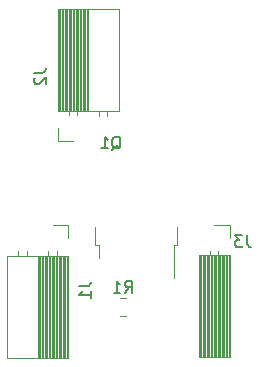
<source format=gbr>
%TF.GenerationSoftware,KiCad,Pcbnew,(6.0.9)*%
%TF.CreationDate,2022-12-23T10:42:16+01:00*%
%TF.ProjectId,buck,6275636b-2e6b-4696-9361-645f70636258,rev?*%
%TF.SameCoordinates,Original*%
%TF.FileFunction,Legend,Bot*%
%TF.FilePolarity,Positive*%
%FSLAX46Y46*%
G04 Gerber Fmt 4.6, Leading zero omitted, Abs format (unit mm)*
G04 Created by KiCad (PCBNEW (6.0.9)) date 2022-12-23 10:42:16*
%MOMM*%
%LPD*%
G01*
G04 APERTURE LIST*
%ADD10C,0.150000*%
%ADD11C,0.120000*%
G04 APERTURE END LIST*
D10*
%TO.C,Q1*%
X135478238Y-93741619D02*
X135573476Y-93694000D01*
X135668714Y-93598761D01*
X135811571Y-93455904D01*
X135906809Y-93408285D01*
X136002047Y-93408285D01*
X135954428Y-93646380D02*
X136049666Y-93598761D01*
X136144904Y-93503523D01*
X136192523Y-93313047D01*
X136192523Y-92979714D01*
X136144904Y-92789238D01*
X136049666Y-92694000D01*
X135954428Y-92646380D01*
X135763952Y-92646380D01*
X135668714Y-92694000D01*
X135573476Y-92789238D01*
X135525857Y-92979714D01*
X135525857Y-93313047D01*
X135573476Y-93503523D01*
X135668714Y-93598761D01*
X135763952Y-93646380D01*
X135954428Y-93646380D01*
X134573476Y-93646380D02*
X135144904Y-93646380D01*
X134859190Y-93646380D02*
X134859190Y-92646380D01*
X134954428Y-92789238D01*
X135049666Y-92884476D01*
X135144904Y-92932095D01*
%TO.C,J1*%
X132681380Y-105310666D02*
X133395666Y-105310666D01*
X133538523Y-105263047D01*
X133633761Y-105167809D01*
X133681380Y-105024952D01*
X133681380Y-104929714D01*
X133681380Y-106310666D02*
X133681380Y-105739238D01*
X133681380Y-106024952D02*
X132681380Y-106024952D01*
X132824238Y-105929714D01*
X132919476Y-105834476D01*
X132967095Y-105739238D01*
%TO.C,J3*%
X146916333Y-101007380D02*
X146916333Y-101721666D01*
X146963952Y-101864523D01*
X147059190Y-101959761D01*
X147202047Y-102007380D01*
X147297285Y-102007380D01*
X146535380Y-101007380D02*
X145916333Y-101007380D01*
X146249666Y-101388333D01*
X146106809Y-101388333D01*
X146011571Y-101435952D01*
X145963952Y-101483571D01*
X145916333Y-101578809D01*
X145916333Y-101816904D01*
X145963952Y-101912142D01*
X146011571Y-101959761D01*
X146106809Y-102007380D01*
X146392523Y-102007380D01*
X146487761Y-101959761D01*
X146535380Y-101912142D01*
%TO.C,R1*%
X136588166Y-105863380D02*
X136921500Y-105387190D01*
X137159595Y-105863380D02*
X137159595Y-104863380D01*
X136778642Y-104863380D01*
X136683404Y-104911000D01*
X136635785Y-104958619D01*
X136588166Y-105053857D01*
X136588166Y-105196714D01*
X136635785Y-105291952D01*
X136683404Y-105339571D01*
X136778642Y-105387190D01*
X137159595Y-105387190D01*
X135635785Y-105863380D02*
X136207214Y-105863380D01*
X135921500Y-105863380D02*
X135921500Y-104863380D01*
X136016738Y-105006238D01*
X136111976Y-105101476D01*
X136207214Y-105149095D01*
%TO.C,J2*%
X128889380Y-87234666D02*
X129603666Y-87234666D01*
X129746523Y-87187047D01*
X129841761Y-87091809D01*
X129889380Y-86948952D01*
X129889380Y-86853714D01*
X128984619Y-87663238D02*
X128937000Y-87710857D01*
X128889380Y-87806095D01*
X128889380Y-88044190D01*
X128937000Y-88139428D01*
X128984619Y-88187047D01*
X129079857Y-88234666D01*
X129175095Y-88234666D01*
X129317952Y-88187047D01*
X129889380Y-87615619D01*
X129889380Y-88234666D01*
D11*
%TO.C,Q1*%
X134092000Y-100328000D02*
X134092000Y-101828000D01*
X134092000Y-101828000D02*
X134362000Y-101828000D01*
X140992000Y-100328000D02*
X140992000Y-101828000D01*
X140722000Y-101828000D02*
X140722000Y-104658000D01*
X134362000Y-101828000D02*
X134362000Y-102928000D01*
X140992000Y-101828000D02*
X140722000Y-101828000D01*
%TO.C,J1*%
X128279000Y-102724000D02*
X128279000Y-102314000D01*
X130251860Y-111354000D02*
X130251860Y-102724000D01*
X131078525Y-111354000D02*
X131078525Y-102724000D01*
X129425195Y-111354000D02*
X129425195Y-102724000D01*
X129661385Y-111354000D02*
X129661385Y-102724000D01*
X126589000Y-111354000D02*
X126589000Y-102724000D01*
X129189000Y-111354000D02*
X129189000Y-102724000D01*
X130842335Y-111354000D02*
X130842335Y-102724000D01*
X131432810Y-111354000D02*
X131432810Y-102724000D01*
X130960430Y-111354000D02*
X130960430Y-102724000D01*
X130099000Y-102724000D02*
X130099000Y-102374000D01*
X131789000Y-100154000D02*
X130459000Y-100154000D01*
X127559000Y-102724000D02*
X127559000Y-102314000D01*
X131196620Y-111354000D02*
X131196620Y-102724000D01*
X129543290Y-111354000D02*
X129543290Y-102724000D01*
X130819000Y-102724000D02*
X130819000Y-102374000D01*
X131789000Y-101264000D02*
X131789000Y-100154000D01*
X131669000Y-111354000D02*
X131669000Y-102724000D01*
X131789000Y-111354000D02*
X131789000Y-102724000D01*
X130015670Y-111354000D02*
X130015670Y-102724000D01*
X130133765Y-111354000D02*
X130133765Y-102724000D01*
X131314715Y-111354000D02*
X131314715Y-102724000D01*
X131550905Y-111354000D02*
X131550905Y-102724000D01*
X130724240Y-111354000D02*
X130724240Y-102724000D01*
X130488050Y-111354000D02*
X130488050Y-102724000D01*
X129779480Y-111354000D02*
X129779480Y-102724000D01*
X130606145Y-111354000D02*
X130606145Y-102724000D01*
X131789000Y-111354000D02*
X126589000Y-111354000D01*
X131789000Y-102724000D02*
X126589000Y-102724000D01*
X129897575Y-111354000D02*
X129897575Y-102724000D01*
X129307100Y-111354000D02*
X129307100Y-102724000D01*
X130369955Y-111354000D02*
X130369955Y-102724000D01*
%TO.C,J3*%
X144431360Y-111309000D02*
X144431360Y-102679000D01*
X145355000Y-111309000D02*
X145355000Y-102679000D01*
X143738630Y-111309000D02*
X143738630Y-102679000D01*
X144546815Y-111309000D02*
X144546815Y-102679000D01*
X142930445Y-111309000D02*
X142930445Y-102679000D01*
X143392265Y-111309000D02*
X143392265Y-102679000D01*
X143785000Y-102679000D02*
X143785000Y-102329000D01*
X142815000Y-111309000D02*
X142815000Y-102679000D01*
X145475000Y-111309000D02*
X145475000Y-102679000D01*
X144084995Y-111309000D02*
X144084995Y-102679000D01*
X144505000Y-102679000D02*
X144505000Y-102329000D01*
X144662270Y-111309000D02*
X144662270Y-102679000D01*
X144777725Y-111309000D02*
X144777725Y-102679000D01*
X143623175Y-111309000D02*
X143623175Y-102679000D01*
X143854085Y-111309000D02*
X143854085Y-102679000D01*
X144893180Y-111309000D02*
X144893180Y-102679000D01*
X145475000Y-100109000D02*
X144145000Y-100109000D01*
X143507720Y-111309000D02*
X143507720Y-102679000D01*
X145475000Y-111309000D02*
X142815000Y-111309000D01*
X143045900Y-111309000D02*
X143045900Y-102679000D01*
X144315905Y-111309000D02*
X144315905Y-102679000D01*
X145008635Y-111309000D02*
X145008635Y-102679000D01*
X145239545Y-111309000D02*
X145239545Y-102679000D01*
X143276810Y-111309000D02*
X143276810Y-102679000D01*
X143161355Y-111309000D02*
X143161355Y-102679000D01*
X143969540Y-111309000D02*
X143969540Y-102679000D01*
X145124090Y-111309000D02*
X145124090Y-102679000D01*
X145475000Y-102679000D02*
X142815000Y-102679000D01*
X145475000Y-101219000D02*
X145475000Y-100109000D01*
X144200450Y-111309000D02*
X144200450Y-102679000D01*
%TO.C,R1*%
X136648564Y-107796000D02*
X136194436Y-107796000D01*
X136648564Y-106326000D02*
X136194436Y-106326000D01*
%TO.C,J2*%
X130877000Y-81858000D02*
X130877000Y-90488000D01*
X133477000Y-81858000D02*
X133477000Y-90488000D01*
X133122710Y-81858000D02*
X133122710Y-90488000D01*
X131823665Y-81858000D02*
X131823665Y-90488000D01*
X134387000Y-90488000D02*
X134387000Y-90898000D01*
X133004615Y-81858000D02*
X133004615Y-90488000D01*
X133240805Y-81858000D02*
X133240805Y-90488000D01*
X131587475Y-81858000D02*
X131587475Y-90488000D01*
X131469380Y-81858000D02*
X131469380Y-90488000D01*
X130877000Y-90488000D02*
X136077000Y-90488000D01*
X132650330Y-81858000D02*
X132650330Y-90488000D01*
X135107000Y-90488000D02*
X135107000Y-90898000D01*
X132768425Y-81858000D02*
X132768425Y-90488000D01*
X131351285Y-81858000D02*
X131351285Y-90488000D01*
X132567000Y-90488000D02*
X132567000Y-90838000D01*
X130877000Y-93058000D02*
X132207000Y-93058000D01*
X132414140Y-81858000D02*
X132414140Y-90488000D01*
X130877000Y-91948000D02*
X130877000Y-93058000D01*
X131115095Y-81858000D02*
X131115095Y-90488000D01*
X132059855Y-81858000D02*
X132059855Y-90488000D01*
X132296045Y-81858000D02*
X132296045Y-90488000D01*
X131705570Y-81858000D02*
X131705570Y-90488000D01*
X130877000Y-81858000D02*
X136077000Y-81858000D01*
X131941760Y-81858000D02*
X131941760Y-90488000D01*
X132886520Y-81858000D02*
X132886520Y-90488000D01*
X130997000Y-81858000D02*
X130997000Y-90488000D01*
X131847000Y-90488000D02*
X131847000Y-90838000D01*
X133358900Y-81858000D02*
X133358900Y-90488000D01*
X132177950Y-81858000D02*
X132177950Y-90488000D01*
X132532235Y-81858000D02*
X132532235Y-90488000D01*
X136077000Y-81858000D02*
X136077000Y-90488000D01*
X131233190Y-81858000D02*
X131233190Y-90488000D01*
%TD*%
M02*

</source>
